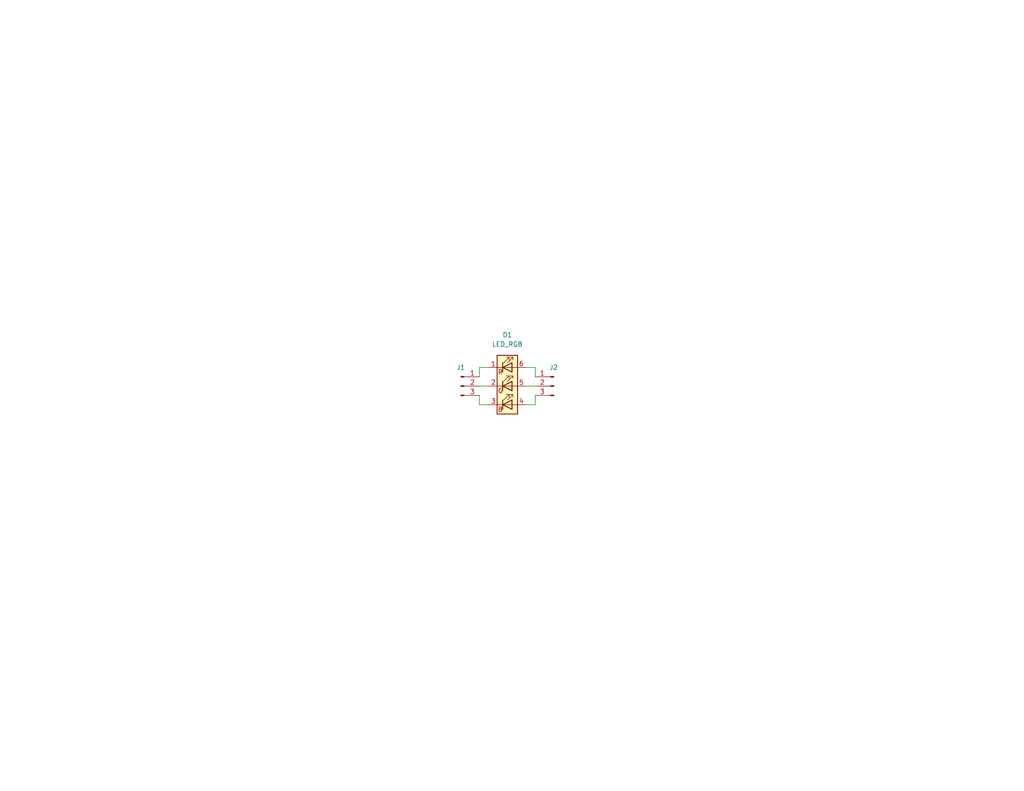
<source format=kicad_sch>
(kicad_sch (version 20211123) (generator eeschema)
  (paper "USLetter")
  (title_block (title "5050 LED Breakout") (rev "1"))
  (lib_symbols
    (symbol "Connector:Conn_01x03_Male" (pin_names (offset 1.016) hide)
      (property "Reference" "J" (at 0 5.08 0))
      (property "Value" "Conn_01x03_Male" (at 0 -5.08 0))
      (symbol "Conn_01x03_Male_1_1"
        (polyline (pts (xy 1.27 -2.54) (xy 0.8636 -2.54)) (stroke (width 0.1524)))
        (polyline (pts (xy 1.27 0) (xy 0.8636 0)) (stroke (width 0.1524)))
        (polyline (pts (xy 1.27 2.54) (xy 0.8636 2.54)) (stroke (width 0.1524)))
        (rectangle (start 0.8636 -2.413) (end 0 -2.667) (stroke (width 0.1524)) (fill (type outline)))
        (rectangle (start 0.8636 0.127) (end 0 -0.127) (stroke (width 0.1524)) (fill (type outline)))
        (rectangle (start 0.8636 2.667) (end 0 2.413) (stroke (width 0.1524)) (fill (type outline)))
        (pin passive line (at 5.08 2.54 180) (length 3.81) (name "Pin_1") (number "1"))
        (pin passive line (at 5.08 0 180) (length 3.81) (name "Pin_2") (number "2"))
        (pin passive line (at 5.08 -2.54 180) (length 3.81) (name "Pin_3") (number "3"))
      )
    )
    (symbol "Device:LED_RGB" (pin_names (offset 0) hide)
      (property "Reference" "D" (at 0 9.398 0))
      (property "Value" "LED_RGB" (at 0 -8.89 0))
      (symbol "LED_RGB_0_0"
        (text "B" (at -1.905 -6.35 0) (effects (font (size 1.27 1.27))))
        (text "G" (at -1.905 -1.27 0) (effects (font (size 1.27 1.27))))
        (text "R" (at -1.905 3.81 0) (effects (font (size 1.27 1.27))))
      )
      (symbol "LED_RGB_0_1"
        (polyline (pts (xy -1.27 -5.08) (xy -2.54 -5.08)))
        (polyline (pts (xy -1.27 -5.08) (xy 1.27 -5.08)))
        (polyline (pts (xy -1.27 -3.81) (xy -1.27 -6.35)) (stroke (width 0.254)))
        (polyline (pts (xy -1.27 0) (xy -2.54 0)))
        (polyline (pts (xy -1.27 1.27) (xy -1.27 -1.27)) (stroke (width 0.254)))
        (polyline (pts (xy -1.27 5.08) (xy -2.54 5.08)))
        (polyline (pts (xy -1.27 5.08) (xy 1.27 5.08)))
        (polyline (pts (xy -1.27 6.35) (xy -1.27 3.81)) (stroke (width 0.254)))
        (polyline (pts (xy 1.27 -5.08) (xy 2.54 -5.08)))
        (polyline (pts (xy 1.27 0) (xy -1.27 0)))
        (polyline (pts (xy 1.27 0) (xy 2.54 0)))
        (polyline (pts (xy 1.27 5.08) (xy 2.54 5.08)))
        (polyline (pts (xy -1.27 1.27) (xy -1.27 -1.27) (xy -1.27 -1.27)))
        (polyline (pts (xy -1.27 6.35) (xy -1.27 3.81) (xy -1.27 3.81)))
        (polyline (pts (xy 1.27 -3.81) (xy 1.27 -6.35) (xy -1.27 -5.08) (xy 1.27 -3.81)) (stroke (width 0.254)))
        (polyline (pts (xy 1.27 1.27) (xy 1.27 -1.27) (xy -1.27 0) (xy 1.27 1.27)) (stroke (width 0.254)))
        (polyline (pts (xy 1.27 6.35) (xy 1.27 3.81) (xy -1.27 5.08) (xy 1.27 6.35)) (stroke (width 0.254)))
        (polyline (pts (xy -1.016 -3.81) (xy 0.508 -2.286) (xy -0.254 -2.286) (xy 0.508 -2.286) (xy 0.508 -3.048)))
        (polyline (pts (xy -1.016 1.27) (xy 0.508 2.794) (xy -0.254 2.794) (xy 0.508 2.794) (xy 0.508 2.032)))
        (polyline (pts (xy -1.016 6.35) (xy 0.508 7.874) (xy -0.254 7.874) (xy 0.508 7.874) (xy 0.508 7.112)))
        (polyline (pts (xy 0 -3.81) (xy 1.524 -2.286) (xy 0.762 -2.286) (xy 1.524 -2.286) (xy 1.524 -3.048)))
        (polyline (pts (xy 0 1.27) (xy 1.524 2.794) (xy 0.762 2.794) (xy 1.524 2.794) (xy 1.524 2.032)))
        (polyline (pts (xy 0 6.35) (xy 1.524 7.874) (xy 0.762 7.874) (xy 1.524 7.874) (xy 1.524 7.112)))
        (rectangle (start 1.27 -1.27) (end 1.27 1.27))
        (rectangle (start 1.27 1.27) (end 1.27 1.27))
        (rectangle (start 1.27 3.81) (end 1.27 6.35))
        (rectangle (start 1.27 6.35) (end 1.27 6.35))
        (rectangle (start 2.794 8.382) (end -2.794 -7.62) (stroke (width 0.254)) (fill (type background)))
      )
      (symbol "LED_RGB_1_1"
        (pin passive line (at -5.08 5.08 0) (length 2.54) (name "RK") (number "1"))
        (pin passive line (at -5.08 0 0) (length 2.54) (name "GK") (number "2"))
        (pin passive line (at -5.08 -5.08 0) (length 2.54) (name "BK") (number "3"))
        (pin passive line (at 5.08 -5.08 180) (length 2.54) (name "BA") (number "4"))
        (pin passive line (at 5.08 0 180) (length 2.54) (name "GA") (number "5"))
        (pin passive line (at 5.08 5.08 180) (length 2.54) (name "RA") (number "6"))
      )
    )
  )
  (wire (pts (xy 130.81 105.41) (xy 133.35 105.41)))
  (wire (pts (xy 143.51 110.49) (xy 146.05 110.49)))
  (wire (pts (xy 143.51 105.41) (xy 146.05 105.41)))
  (wire (pts (xy 146.05 110.49) (xy 146.05 107.95)))
  (wire (pts (xy 143.51 100.33) (xy 146.05 100.33)))
  (wire (pts (xy 130.81 110.49) (xy 133.35 110.49)))
  (wire (pts (xy 130.81 102.87) (xy 130.81 100.33)))
  (wire (pts (xy 146.05 100.33) (xy 146.05 102.87)))
  (wire (pts (xy 130.81 107.95) (xy 130.81 110.49)))
  (wire (pts (xy 130.81 100.33) (xy 133.35 100.33)))
  (symbol (lib_id "Connector:Conn_01x03_Male") (at 151.13 105.41 0) (mirror y) (unit 1)
    (property "Reference" "J2" (at 149.86 100.33 0) (effects (justify right)))
    (property "Value" "1x3 Header" (effects hide))
    (property "Footprint" "Connector_PinHeader_2.54mm:PinHeader_1x03_P2.54mm_Vertical" (effects hide))
  )
  (symbol (lib_id "Connector:Conn_01x03_Male") (at 125.73 105.41 0) (unit 1)
    (property "Reference" "J1" (at 125.73 100.33 0))
    (property "Value" "1x3 Header" (effects hide))
    (property "Footprint" "Connector_PinHeader_2.54mm:PinHeader_1x03_P2.54mm_Vertical" (effects hide))
  )
  (symbol (lib_id "Device:LED_RGB") (at 138.43 105.41 0) (unit 1)
    (property "Reference" "D1" (at 138.43 91.44 0))
    (property "Value" "LED_RGB" (at 138.43 93.98 0))
    (property "Footprint" "LED_SMD:LED_RGB_5050-6" (effects hide))
  )
)
</source>
